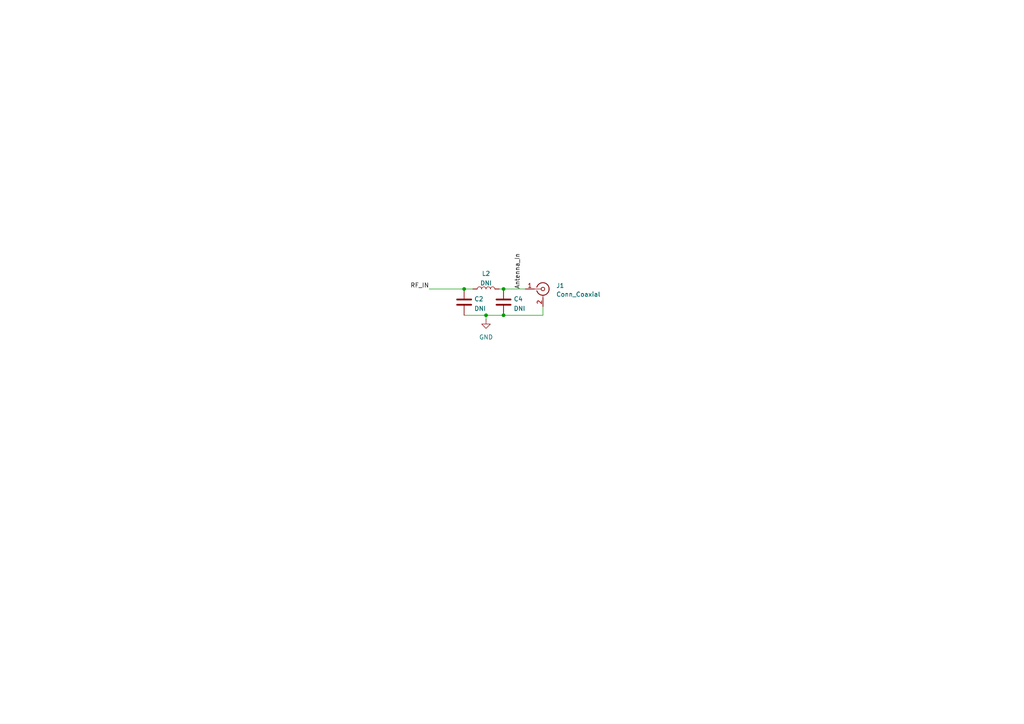
<source format=kicad_sch>
(kicad_sch (version 20250114) (generator "eeschema") (generator_version "9.0")
  (paper "A4")
  (lib_symbols
    (symbol "Connector:Conn_Coaxial" (pin_names (offset 1.016) (hide yes))
      (property "Reference" "J" (at 0.254 3.048 0))
      (property "Value" "Conn_Coaxial" (at 2.921 0 90))
      (symbol "Conn_Coaxial_0_1"
        (polyline (pts (xy -2.54 0) (xy -0.508 0)))
        (arc (start 1.778 0) (mid 0.222 -1.8079) (end -1.778 -0.508) (stroke (width 0.254)))
        (arc (start -1.778 0.508) (mid 0.2221 1.8084) (end 1.778 0) (stroke (width 0.254)))
        (circle (center 0 0) (radius 0.508) (stroke (width 0.2032)))
        (polyline (pts (xy 0 -2.54) (xy 0 -1.778)))
      )
      (symbol "Conn_Coaxial_1_1"
        (pin passive line (at -5.08 0 0) (length 2.54) (name "In") (number "1"))
        (pin passive line (at 0 -5.08 90) (length 2.54) (name "Ext") (number "2"))
      )
    )
    (symbol "Device:C" (pin_numbers (hide yes)) (pin_names (offset 0.254))
      (property "Reference" "C" (at 0.635 2.54 0))
      (property "Value" "C" (at 0.635 -2.54 0))
      (symbol "C_0_1"
        (polyline (pts (xy -2.032 0.762) (xy 2.032 0.762)) (stroke (width 0.508)))
        (polyline (pts (xy -2.032 -0.762) (xy 2.032 -0.762)) (stroke (width 0.508)))
      )
      (symbol "C_1_1"
        (pin passive line (at 0 3.81 270) (length 2.794) (name "~") (number "1"))
        (pin passive line (at 0 -3.81 90) (length 2.794) (name "~") (number "2"))
      )
    )
    (symbol "Device:L" (pin_numbers (hide yes)) (pin_names (offset 1.016) (hide yes))
      (property "Reference" "L" (at -1.27 0 90))
      (property "Value" "L" (at 1.905 0 90))
      (symbol "L_0_1"
        (arc (start 0 2.54) (mid 0.6323 1.905) (end 0 1.27))
        (arc (start 0 1.27) (mid 0.6323 0.635) (end 0 0))
        (arc (start 0 0) (mid 0.6323 -0.635) (end 0 -1.27))
        (arc (start 0 -1.27) (mid 0.6323 -1.905) (end 0 -2.54))
      )
      (symbol "L_1_1"
        (pin passive line (at 0 3.81 270) (length 1.27) (name "1") (number "1"))
        (pin passive line (at 0 -3.81 90) (length 1.27) (name "2") (number "2"))
      )
    )
    (symbol "power:GND" (power) (pin_numbers (hide yes)) (pin_names (offset 0) (hide yes))
      (property "Value" "GND" (at 0 -3.81 0))
      (symbol "GND_0_1"
        (polyline (pts (xy 0 0) (xy 0 -1.27) (xy 1.27 -1.27) (xy 0 -2.54) (xy -1.27 -1.27) (xy 0 -1.27)))
      )
      (symbol "GND_1_1"
        (pin power_in line (at 0 0 270) (length 0) (name "~") (number "1"))
      )
    )
  )
  (junction (at 140.97 91.44))
  (junction (at 134.62 83.82))
  (junction (at 146.05 91.44))
  (junction (at 146.05 83.82))
  (wire (pts (xy 144.78 83.82) (xy 146.05 83.82)))
  (wire (pts (xy 157.48 88.9) (xy 157.48 91.44)))
  (wire (pts (xy 140.97 91.44) (xy 140.97 92.71)))
  (wire (pts (xy 146.05 91.44) (xy 157.48 91.44)))
  (wire (pts (xy 146.05 83.82) (xy 152.4 83.82)))
  (wire (pts (xy 124.46 83.82) (xy 134.62 83.82)))
  (wire (pts (xy 140.97 91.44) (xy 146.05 91.44)))
  (wire (pts (xy 134.62 91.44) (xy 140.97 91.44)))
  (wire (pts (xy 134.62 83.82) (xy 137.16 83.82)))
  (label "RF_IN" (at 124.46 83.82 180))
  (label "Antenna_In" (at 151.13 83.82 90))
  (symbol (lib_id "Connector:Conn_Coaxial") (at 157.48 83.82 0) (unit 1)
    (property "Reference" "J1" (at 161.29 82.8431 0) (effects (justify left)))
    (property "Value" "Conn_Coaxial" (at 161.29 85.3831 0) (effects (justify left)))
    (property "Footprint" "SMA-CONN:CONN_732511350_MOL" (effects (hide yes)))
    (property "Description" "coaxial connector (BNC, SMA, SMB, SMC, Cinch/RCA, LEMO, ...)" (effects (hide yes)))
  )
  (symbol (lib_id "Device:L") (at 140.97 83.82 90) (unit 1)
    (property "Reference" "L2" (at 140.97 79.3455 90))
    (property "Value" "DNI" (at 140.97 82.1206 90))
    (property "Footprint" "Inductor_SMD:L_0603_1608Metric_Pad1.05x0.95mm_HandSolder" (effects (hide yes)))
  )
  (symbol (lib_id "Device:C") (at 146.05 87.63 0) (unit 1)
    (property "Reference" "C4" (at 148.971 86.7215 0) (effects (justify left)))
    (property "Value" "DNI" (at 148.971 89.4966 0) (effects (justify left)))
    (property "Footprint" "Capacitor_SMD:C_0603_1608Metric_Pad1.08x0.95mm_HandSolder" (effects (hide yes)))
  )
  (symbol (lib_id "Device:C") (at 134.62 87.63 0) (unit 1)
    (property "Reference" "C2" (at 137.541 86.7215 0) (effects (justify left)))
    (property "Value" "DNI" (at 137.541 89.4966 0) (effects (justify left)))
    (property "Footprint" "Capacitor_SMD:C_0603_1608Metric_Pad1.08x0.95mm_HandSolder" (effects (hide yes)))
  )
  (symbol (lib_id "power:GND") (at 140.97 92.71 0) (unit 1)
    (property "Reference" "#PWR01" (effects (hide yes)))
    (property "Value" "GND" (at 140.97 97.79 0))
    (property "Description" "Power symbol creates a global label with name \"GND\" , ground" (effects (hide yes)))
  )
)
</source>
